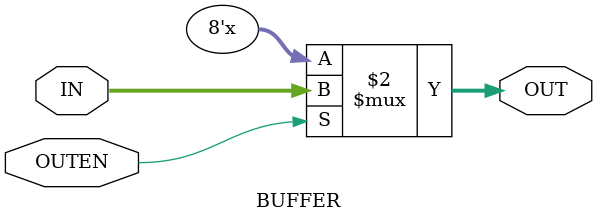
<source format=v>
module BUFFER (OUTEN, IN, OUT);
	input OUTEN;
	input [7:0] IN;
	output [7:0] OUT;
	
	assign OUT = (OUTEN == 1) ? IN : 8'bz;
	
endmodule

</source>
